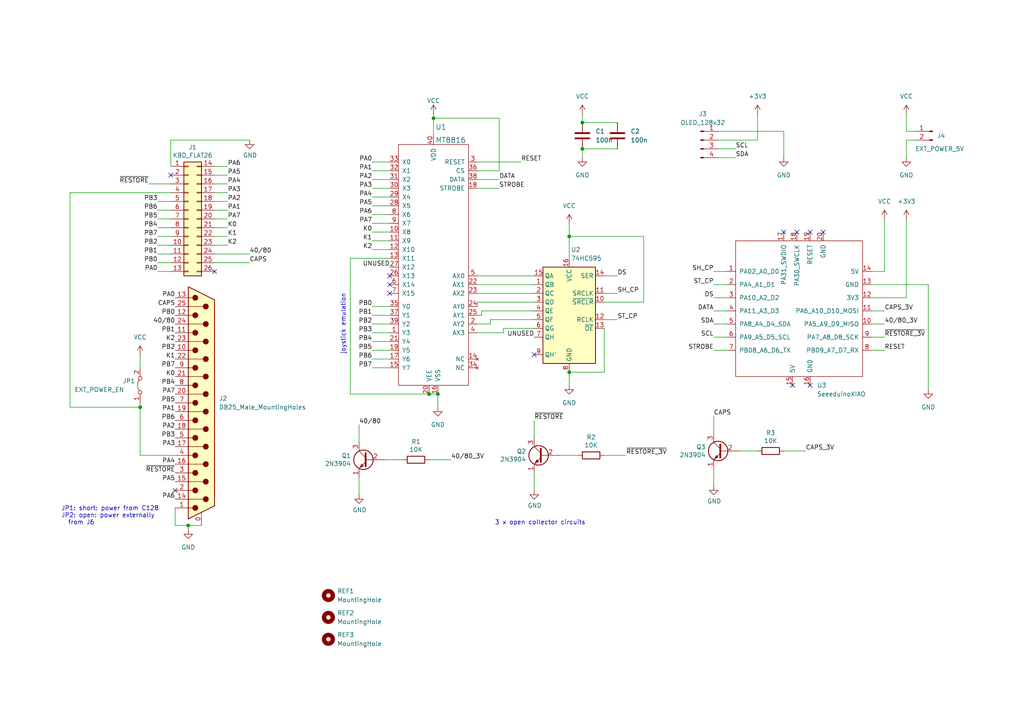
<source format=kicad_sch>
(kicad_sch (version 20211123) (generator eeschema)
  (paper "A4")
  (title_block (title "SEEDUINO C128 Keyboard Adapter") (date "2023-08-20") (rev "v1.2") (comment 1 "ytm@elysium.pl") (comment 2 "Maciej Witkowiak"))
  (lib_symbols
    (symbol "74xx:74HC595"
      (property "Reference" "U" (at -7.62 13.97 0))
      (property "Value" "74HC595" (at -7.62 -16.51 0))
      (symbol "74HC595_1_0"
        (pin tri_state line (at 10.16 7.62 180) (length 2.54) (name "QB") (number "1"))
        (pin input line (at -10.16 2.54 0) (length 2.54) (name "~{SRCLR}") (number "10"))
        (pin input line (at -10.16 5.08 0) (length 2.54) (name "SRCLK") (number "11"))
        (pin input line (at -10.16 -2.54 0) (length 2.54) (name "RCLK") (number "12"))
        (pin input line (at -10.16 -5.08 0) (length 2.54) (name "~{OE}") (number "13"))
        (pin input line (at -10.16 10.16 0) (length 2.54) (name "SER") (number "14"))
        (pin tri_state line (at 10.16 10.16 180) (length 2.54) (name "QA") (number "15"))
        (pin power_in line (at 0 15.24 270) (length 2.54) (name "VCC") (number "16"))
        (pin tri_state line (at 10.16 5.08 180) (length 2.54) (name "QC") (number "2"))
        (pin tri_state line (at 10.16 2.54 180) (length 2.54) (name "QD") (number "3"))
        (pin tri_state line (at 10.16 0 180) (length 2.54) (name "QE") (number "4"))
        (pin tri_state line (at 10.16 -2.54 180) (length 2.54) (name "QF") (number "5"))
        (pin tri_state line (at 10.16 -5.08 180) (length 2.54) (name "QG") (number "6"))
        (pin tri_state line (at 10.16 -7.62 180) (length 2.54) (name "QH") (number "7"))
        (pin power_in line (at 0 -17.78 90) (length 2.54) (name "GND") (number "8"))
        (pin output line (at 10.16 -12.7 180) (length 2.54) (name "QH'") (number "9"))
      )
      (symbol "74HC595_1_1"
        (rectangle (start -7.62 12.7) (end 7.62 -15.24) (stroke (width 0.254)) (fill (type background)))
      )
    )
    (symbol "Connector:Conn_01x02_Male" (pin_names (offset 1.016) hide)
      (property "Reference" "J" (at 0 2.54 0))
      (property "Value" "Conn_01x02_Male" (at 0 -5.08 0))
      (symbol "Conn_01x02_Male_1_1"
        (polyline (pts (xy 1.27 -2.54) (xy 0.8636 -2.54)) (stroke (width 0.1524)))
        (polyline (pts (xy 1.27 0) (xy 0.8636 0)) (stroke (width 0.1524)))
        (rectangle (start 0.8636 -2.413) (end 0 -2.667) (stroke (width 0.1524)) (fill (type outline)))
        (rectangle (start 0.8636 0.127) (end 0 -0.127) (stroke (width 0.1524)) (fill (type outline)))
        (pin passive line (at 5.08 0 180) (length 3.81) (name "Pin_1") (number "1"))
        (pin passive line (at 5.08 -2.54 180) (length 3.81) (name "Pin_2") (number "2"))
      )
    )
    (symbol "Connector:Conn_01x04_Male" (pin_names (offset 1.016) hide)
      (property "Reference" "J" (at 0 5.08 0))
      (property "Value" "Conn_01x04_Male" (at 0 -7.62 0))
      (symbol "Conn_01x04_Male_1_1"
        (polyline (pts (xy 1.27 -5.08) (xy 0.8636 -5.08)) (stroke (width 0.1524)))
        (polyline (pts (xy 1.27 -2.54) (xy 0.8636 -2.54)) (stroke (width 0.1524)))
        (polyline (pts (xy 1.27 0) (xy 0.8636 0)) (stroke (width 0.1524)))
        (polyline (pts (xy 1.27 2.54) (xy 0.8636 2.54)) (stroke (width 0.1524)))
        (rectangle (start 0.8636 -4.953) (end 0 -5.207) (stroke (width 0.1524)) (fill (type outline)))
        (rectangle (start 0.8636 -2.413) (end 0 -2.667) (stroke (width 0.1524)) (fill (type outline)))
        (rectangle (start 0.8636 0.127) (end 0 -0.127) (stroke (width 0.1524)) (fill (type outline)))
        (rectangle (start 0.8636 2.667) (end 0 2.413) (stroke (width 0.1524)) (fill (type outline)))
        (pin passive line (at 5.08 2.54 180) (length 3.81) (name "Pin_1") (number "1"))
        (pin passive line (at 5.08 0 180) (length 3.81) (name "Pin_2") (number "2"))
        (pin passive line (at 5.08 -2.54 180) (length 3.81) (name "Pin_3") (number "3"))
        (pin passive line (at 5.08 -5.08 180) (length 3.81) (name "Pin_4") (number "4"))
      )
    )
    (symbol "Connector:DB25_Male_MountingHoles" (pin_names (offset 1.016) hide)
      (property "Reference" "J" (at 0 36.83 0))
      (property "Value" "DB25_Male_MountingHoles" (at 0 34.925 0))
      (symbol "DB25_Male_MountingHoles_0_1"
        (circle (center -1.778 -30.48) (radius 0.762) (fill (type outline)))
        (circle (center -1.778 -25.4) (radius 0.762) (fill (type outline)))
        (circle (center -1.778 -20.32) (radius 0.762) (fill (type outline)))
        (circle (center -1.778 -15.24) (radius 0.762) (fill (type outline)))
        (circle (center -1.778 -10.16) (radius 0.762) (fill (type outline)))
        (circle (center -1.778 -5.08) (radius 0.762) (fill (type outline)))
        (circle (center -1.778 0) (radius 0.762) (fill (type outline)))
        (circle (center -1.778 5.08) (radius 0.762) (fill (type outline)))
        (circle (center -1.778 10.16) (radius 0.762) (fill (type outline)))
        (circle (center -1.778 15.24) (radius 0.762) (fill (type outline)))
        (circle (center -1.778 20.32) (radius 0.762) (fill (type outline)))
        (circle (center -1.778 25.4) (radius 0.762) (fill (type outline)))
        (circle (center -1.778 30.48) (radius 0.762) (fill (type outline)))
        (polyline (pts (xy -3.81 -30.48) (xy -2.54 -30.48)))
        (polyline (pts (xy -3.81 -27.94) (xy 0.508 -27.94)))
        (polyline (pts (xy -3.81 -25.4) (xy -2.54 -25.4)))
        (polyline (pts (xy -3.81 -22.86) (xy 0.508 -22.86)))
        (polyline (pts (xy -3.81 -20.32) (xy -2.54 -20.32)))
        (polyline (pts (xy -3.81 -17.78) (xy 0.508 -17.78)))
        (polyline (pts (xy -3.81 -15.24) (xy -2.54 -15.24)))
        (polyline (pts (xy -3.81 -12.7) (xy 0.508 -12.7)))
        (polyline (pts (xy -3.81 -10.16) (xy -2.54 -10.16)))
        (polyline (pts (xy -3.81 -7.62) (xy 0.508 -7.62)))
        (polyline (pts (xy -3.81 -5.08) (xy -2.54 -5.08)))
        (polyline (pts (xy -3.81 -2.54) (xy 0.508 -2.54)))
        (polyline (pts (xy -3.81 0) (xy -2.54 0)))
        (polyline (pts (xy -3.81 2.54) (xy 0.508 2.54)))
        (polyline (pts (xy -3.81 5.08) (xy -2.54 5.08)))
        (polyline (pts (xy -3.81 7.62) (xy 0.508 7.62)))
        (polyline (pts (xy -3.81 10.16) (xy -2.54 10.16)))
        (polyline (pts (xy -3.81 12.7) (xy 0.508 12.7)))
        (polyline (pts (xy -3.81 15.24) (xy -2.54 15.24)))
        (polyline (pts (xy -3.81 17.78) (xy 0.508 17.78)))
        (polyline (pts (xy -3.81 20.32) (xy -2.54 20.32)))
        (polyline (pts (xy -3.81 22.86) (xy 0.508 22.86)))
        (polyline (pts (xy -3.81 25.4) (xy -2.54 25.4)))
        (polyline (pts (xy -3.81 27.94) (xy 0.508 27.94)))
        (polyline (pts (xy -3.81 30.48) (xy -2.54 30.48)))
        (polyline (pts (xy -3.81 -33.655) (xy 3.81 -29.845) (xy 3.81 29.845) (xy -3.81 33.655) (xy -3.81 -33.655)) (stroke (width 0.254)) (fill (type background)))
        (circle (center 1.27 -27.94) (radius 0.762) (fill (type outline)))
        (circle (center 1.27 -22.86) (radius 0.762) (fill (type outline)))
        (circle (center 1.27 -17.78) (radius 0.762) (fill (type outline)))
        (circle (center 1.27 -12.7) (radius 0.762) (fill (type outline)))
        (circle (center 1.27 -7.62) (radius 0.762) (fill (type outline)))
        (circle (center 1.27 -2.54) (radius 0.762) (fill (type outline)))
        (circle (center 1.27 2.54) (radius 0.762) (fill (type outline)))
        (circle (center 1.27 7.62) (radius 0.762) (fill (type outline)))
        (circle (center 1.27 12.7) (radius 0.762) (fill (type outline)))
        (circle (center 1.27 17.78) (radius 0.762) (fill (type outline)))
        (circle (center 1.27 22.86) (radius 0.762) (fill (type outline)))
        (circle (center 1.27 27.94) (radius 0.762) (fill (type outline)))
      )
      (symbol "DB25_Male_MountingHoles_1_1"
        (pin passive line (at 0 -35.56 90) (length 3.81) (name "PAD") (number "0"))
        (pin passive line (at -7.62 -30.48 0) (length 3.81) (name "1") (number "1"))
        (pin passive line (at -7.62 15.24 0) (length 3.81) (name "10") (number "10"))
        (pin passive line (at -7.62 20.32 0) (length 3.81) (name "11") (number "11"))
        (pin passive line (at -7.62 25.4 0) (length 3.81) (name "12") (number "12"))
        (pin passive line (at -7.62 30.48 0) (length 3.81) (name "13") (number "13"))
        (pin passive line (at -7.62 -27.94 0) (length 3.81) (name "P14") (number "14"))
        (pin passive line (at -7.62 -22.86 0) (length 3.81) (name "P15") (number "15"))
        (pin passive line (at -7.62 -17.78 0) (length 3.81) (name "P16") (number "16"))
        (pin passive line (at -7.62 -12.7 0) (length 3.81) (name "P17") (number "17"))
        (pin passive line (at -7.62 -7.62 0) (length 3.81) (name "P18") (number "18"))
        (pin passive line (at -7.62 -2.54 0) (length 3.81) (name "P19") (number "19"))
        (pin passive line (at -7.62 -25.4 0) (length 3.81) (name "2") (number "2"))
        (pin passive line (at -7.62 2.54 0) (length 3.81) (name "P20") (number "20"))
        (pin passive line (at -7.62 7.62 0) (length 3.81) (name "P21") (number "21"))
        (pin passive line (at -7.62 12.7 0) (length 3.81) (name "P22") (number "22"))
        (pin passive line (at -7.62 17.78 0) (length 3.81) (name "P23") (number "23"))
        (pin passive line (at -7.62 22.86 0) (length 3.81) (name "P24") (number "24"))
        (pin passive line (at -7.62 27.94 0) (length 3.81) (name "P25") (number "25"))
        (pin passive line (at -7.62 -20.32 0) (length 3.81) (name "3") (number "3"))
        (pin passive line (at -7.62 -15.24 0) (length 3.81) (name "4") (number "4"))
        (pin passive line (at -7.62 -10.16 0) (length 3.81) (name "5") (number "5"))
        (pin passive line (at -7.62 -5.08 0) (length 3.81) (name "6") (number "6"))
        (pin passive line (at -7.62 0 0) (length 3.81) (name "7") (number "7"))
        (pin passive line (at -7.62 5.08 0) (length 3.81) (name "8") (number "8"))
        (pin passive line (at -7.62 10.16 0) (length 3.81) (name "9") (number "9"))
      )
    )
    (symbol "Connector_Generic:Conn_02x13_Top_Bottom" (pin_names (offset 1.016) hide)
      (property "Reference" "J" (at 1.27 17.78 0))
      (property "Value" "Conn_02x13_Top_Bottom" (at 1.27 -17.78 0))
      (symbol "Conn_02x13_Top_Bottom_1_1"
        (rectangle (start -1.27 -15.113) (end 0 -15.367) (stroke (width 0.1524)))
        (rectangle (start -1.27 -12.573) (end 0 -12.827) (stroke (width 0.1524)))
        (rectangle (start -1.27 -10.033) (end 0 -10.287) (stroke (width 0.1524)))
        (rectangle (start -1.27 -7.493) (end 0 -7.747) (stroke (width 0.1524)))
        (rectangle (start -1.27 -4.953) (end 0 -5.207) (stroke (width 0.1524)))
        (rectangle (start -1.27 -2.413) (end 0 -2.667) (stroke (width 0.1524)))
        (rectangle (start -1.27 0.127) (end 0 -0.127) (stroke (width 0.1524)))
        (rectangle (start -1.27 2.667) (end 0 2.413) (stroke (width 0.1524)))
        (rectangle (start -1.27 5.207) (end 0 4.953) (stroke (width 0.1524)))
        (rectangle (start -1.27 7.747) (end 0 7.493) (stroke (width 0.1524)))
        (rectangle (start -1.27 10.287) (end 0 10.033) (stroke (width 0.1524)))
        (rectangle (start -1.27 12.827) (end 0 12.573) (stroke (width 0.1524)))
        (rectangle (start -1.27 15.367) (end 0 15.113) (stroke (width 0.1524)))
        (rectangle (start -1.27 16.51) (end 3.81 -16.51) (stroke (width 0.254)) (fill (type background)))
        (rectangle (start 3.81 -15.113) (end 2.54 -15.367) (stroke (width 0.1524)))
        (rectangle (start 3.81 -12.573) (end 2.54 -12.827) (stroke (width 0.1524)))
        (rectangle (start 3.81 -10.033) (end 2.54 -10.287) (stroke (width 0.1524)))
        (rectangle (start 3.81 -7.493) (end 2.54 -7.747) (stroke (width 0.1524)))
        (rectangle (start 3.81 -4.953) (end 2.54 -5.207) (stroke (width 0.1524)))
        (rectangle (start 3.81 -2.413) (end 2.54 -2.667) (stroke (width 0.1524)))
        (rectangle (start 3.81 0.127) (end 2.54 -0.127) (stroke (width 0.1524)))
        (rectangle (start 3.81 2.667) (end 2.54 2.413) (stroke (width 0.1524)))
        (rectangle (start 3.81 5.207) (end 2.54 4.953) (stroke (width 0.1524)))
        (rectangle (start 3.81 7.747) (end 2.54 7.493) (stroke (width 0.1524)))
        (rectangle (start 3.81 10.287) (end 2.54 10.033) (stroke (width 0.1524)))
        (rectangle (start 3.81 12.827) (end 2.54 12.573) (stroke (width 0.1524)))
        (rectangle (start 3.81 15.367) (end 2.54 15.113) (stroke (width 0.1524)))
        (pin passive line (at -5.08 15.24 0) (length 3.81) (name "Pin_1") (number "1"))
        (pin passive line (at -5.08 -7.62 0) (length 3.81) (name "Pin_10") (number "10"))
        (pin passive line (at -5.08 -10.16 0) (length 3.81) (name "Pin_11") (number "11"))
        (pin passive line (at -5.08 -12.7 0) (length 3.81) (name "Pin_12") (number "12"))
        (pin passive line (at -5.08 -15.24 0) (length 3.81) (name "Pin_13") (number "13"))
        (pin passive line (at 7.62 15.24 180) (length 3.81) (name "Pin_14") (number "14"))
        (pin passive line (at 7.62 12.7 180) (length 3.81) (name "Pin_15") (number "15"))
        (pin passive line (at 7.62 10.16 180) (length 3.81) (name "Pin_16") (number "16"))
        (pin passive line (at 7.62 7.62 180) (length 3.81) (name "Pin_17") (number "17"))
        (pin passive line (at 7.62 5.08 180) (length 3.81) (name "Pin_18") (number "18"))
        (pin passive line (at 7.62 2.54 180) (length 3.81) (name "Pin_19") (number "19"))
        (pin passive line (at -5.08 12.7 0) (length 3.81) (name "Pin_2") (number "2"))
        (pin passive line (at 7.62 0 180) (length 3.81) (name "Pin_20") (number "20"))
        (pin passive line (at 7.62 -2.54 180) (length 3.81) (name "Pin_21") (number "21"))
        (pin passive line (at 7.62 -5.08 180) (length 3.81) (name "Pin_22") (number "22"))
        (pin passive line (at 7.62 -7.62 180) (length 3.81) (name "Pin_23") (number "23"))
        (pin passive line (at 7.62 -10.16 180) (length 3.81) (name "Pin_24") (number "24"))
        (pin passive line (at 7.62 -12.7 180) (length 3.81) (name "Pin_25") (number "25"))
        (pin passive line (at 7.62 -15.24 180) (length 3.81) (name "Pin_26") (number "26"))
        (pin passive line (at -5.08 10.16 0) (length 3.81) (name "Pin_3") (number "3"))
        (pin passive line (at -5.08 7.62 0) (length 3.81) (name "Pin_4") (number "4"))
        (pin passive line (at -5.08 5.08 0) (length 3.81) (name "Pin_5") (number "5"))
        (pin passive line (at -5.08 2.54 0) (length 3.81) (name "Pin_6") (number "6"))
        (pin passive line (at -5.08 0 0) (length 3.81) (name "Pin_7") (number "7"))
        (pin passive line (at -5.08 -2.54 0) (length 3.81) (name "Pin_8") (number "8"))
        (pin passive line (at -5.08 -5.08 0) (length 3.81) (name "Pin_9") (number "9"))
      )
    )
    (symbol "Device:C" (pin_numbers hide) (pin_names (offset 0.254))
      (property "Reference" "C" (at 0.635 2.54 0))
      (property "Value" "C" (at 0.635 -2.54 0))
      (symbol "C_0_1"
        (polyline (pts (xy -2.032 -0.762) (xy 2.032 -0.762)) (stroke (width 0.508)))
        (polyline (pts (xy -2.032 0.762) (xy 2.032 0.762)) (stroke (width 0.508)))
      )
      (symbol "C_1_1"
        (pin passive line (at 0 3.81 270) (length 2.794) (name "~") (number "1"))
        (pin passive line (at 0 -3.81 90) (length 2.794) (name "~") (number "2"))
      )
    )
    (symbol "Device:R" (pin_numbers hide) (pin_names (offset 0))
      (property "Reference" "R" (at 2.032 0 90))
      (property "Value" "R" (at 0 0 90))
      (symbol "R_0_1"
        (rectangle (start -1.016 -2.54) (end 1.016 2.54) (stroke (width 0.254)))
      )
      (symbol "R_1_1"
        (pin passive line (at 0 3.81 270) (length 1.27) (name "~") (number "1"))
        (pin passive line (at 0 -3.81 90) (length 1.27) (name "~") (number "2"))
      )
    )
    (symbol "Jumper:Jumper_2_Bridged" (pin_names (offset 0) hide)
      (property "Reference" "JP" (at 0 1.905 0))
      (property "Value" "Jumper_2_Bridged" (at 0 -2.54 0))
      (symbol "Jumper_2_Bridged_0_0"
        (circle (center -2.032 0) (radius 0.508))
        (circle (center 2.032 0) (radius 0.508))
      )
      (symbol "Jumper_2_Bridged_0_1"
        (arc (start 1.524 0.254) (mid 0 0.762) (end -1.524 0.254))
      )
      (symbol "Jumper_2_Bridged_1_1"
        (pin passive line (at -5.08 0 0) (length 2.54) (name "A") (number "1"))
        (pin passive line (at 5.08 0 180) (length 2.54) (name "B") (number "2"))
      )
    )
    (symbol "Mechanical:MountingHole" (pin_names (offset 1.016))
      (property "Reference" "H" (at 0 5.08 0))
      (property "Value" "MountingHole" (at 0 3.175 0))
      (symbol "MountingHole_0_1"
        (circle (center 0 0) (radius 1.27) (stroke (width 1.27)))
      )
    )
    (symbol "SEEDUINO XIAO:SeeeduinoXIAO" (pin_names (offset 1.016))
      (property "Reference" "U" (at -19.05 22.86 0))
      (property "Value" "SeeeduinoXIAO" (at -12.7 21.59 0))
      (symbol "SeeeduinoXIAO_0_1"
        (rectangle (start -19.05 20.32) (end 17.78 -19.05))
      )
      (symbol "SeeeduinoXIAO_1_1"
        (pin unspecified line (at -21.59 11.43 0) (length 2.54) (name "PA02_A0_D0") (number "1"))
        (pin unspecified line (at 20.32 -3.81 180) (length 2.54) (name "PA5_A9_D9_MISO") (number "10"))
        (pin unspecified line (at 20.32 0 180) (length 2.54) (name "PA6_A10_D10_MOSI") (number "11"))
        (pin unspecified line (at 20.32 3.81 180) (length 2.54) (name "3V3") (number "12"))
        (pin unspecified line (at 20.32 7.62 180) (length 2.54) (name "GND") (number "13"))
        (pin unspecified line (at 20.32 11.43 180) (length 2.54) (name "5V") (number "14"))
        (pin input line (at -2.54 -21.59 90) (length 2.54) (name "5V") (number "15"))
        (pin input line (at 2.54 -21.59 90) (length 2.54) (name "GND") (number "16"))
        (pin input line (at -5.08 22.86 270) (length 2.54) (name "PA31_SWDIO") (number "17"))
        (pin input line (at -1.27 22.86 270) (length 2.54) (name "PA30_SWCLK") (number "18"))
        (pin input line (at 2.54 22.86 270) (length 2.54) (name "RESET") (number "19"))
        (pin unspecified line (at -21.59 7.62 0) (length 2.54) (name "PA4_A1_D1") (number "2"))
        (pin input line (at 6.35 22.86 270) (length 2.54) (name "GND") (number "20"))
        (pin unspecified line (at -21.59 3.81 0) (length 2.54) (name "PA10_A2_D2") (number "3"))
        (pin unspecified line (at -21.59 0 0) (length 2.54) (name "PA11_A3_D3") (number "4"))
        (pin unspecified line (at -21.59 -3.81 0) (length 2.54) (name "PA8_A4_D4_SDA") (number "5"))
        (pin unspecified line (at -21.59 -7.62 0) (length 2.54) (name "PA9_A5_D5_SCL") (number "6"))
        (pin unspecified line (at -21.59 -11.43 0) (length 2.54) (name "PB08_A6_D6_TX") (number "7"))
        (pin unspecified line (at 20.32 -11.43 180) (length 2.54) (name "PB09_A7_D7_RX") (number "8"))
        (pin unspecified line (at 20.32 -7.62 180) (length 2.54) (name "PA7_A8_D8_SCK") (number "9"))
      )
    )
    (symbol "Transistor_BJT:2N3904" (pin_names (offset 0) hide)
      (property "Reference" "Q" (at 5.08 1.905 0))
      (property "Value" "2N3904" (at 5.08 0 0))
      (symbol "2N3904_0_1"
        (polyline (pts (xy 0.635 0.635) (xy 2.54 2.54)))
        (polyline (pts (xy 0.635 -0.635) (xy 2.54 -2.54) (xy 2.54 -2.54)))
        (polyline (pts (xy 0.635 1.905) (xy 0.635 -1.905) (xy 0.635 -1.905)) (stroke (width 0.508)))
        (polyline (pts (xy 1.27 -1.778) (xy 1.778 -1.27) (xy 2.286 -2.286) (xy 1.27 -1.778) (xy 1.27 -1.778)) (fill (type outline)))
        (circle (center 1.27 0) (radius 2.8194) (stroke (width 0.254)))
      )
      (symbol "2N3904_1_1"
        (pin passive line (at 2.54 -5.08 90) (length 2.54) (name "E") (number "1"))
        (pin passive line (at -5.08 0 0) (length 5.715) (name "B") (number "2"))
        (pin passive line (at 2.54 5.08 270) (length 2.54) (name "C") (number "3"))
      )
    )
    (symbol "mt8808:MT8816" (pin_names (offset 1.016))
      (property "Reference" "U" (at 3.81 31.75 0))
      (property "Value" "MT8816" (at -15.24 -24.13 0))
      (symbol "MT8816_0_0"
        (pin bidirectional line (at 12.7 15.24 180) (length 2.54) (name "X4") (number "29"))
        (pin bidirectional line (at 12.7 17.78 180) (length 2.54) (name "X3") (number "30"))
        (pin bidirectional line (at 12.7 20.32 180) (length 2.54) (name "X2") (number "31"))
        (pin bidirectional line (at 12.7 22.86 180) (length 2.54) (name "X1") (number "32"))
        (pin bidirectional line (at 12.7 25.4 180) (length 2.54) (name "X0") (number "33"))
        (pin no_connect line (at -12.7 -34.29 0) (length 2.54) (name "NC") (number "34"))
        (pin bidirectional line (at 12.7 -16.51 180) (length 2.54) (name "Y0") (number "35"))
        (pin input line (at -12.7 22.86 0) (length 2.54) (name "CS") (number "36"))
        (pin bidirectional line (at 12.7 -19.05 180) (length 2.54) (name "Y1") (number "37"))
        (pin input line (at -12.7 20.32 0) (length 2.54) (name "DATA") (number "38"))
        (pin bidirectional line (at 12.7 -21.59 180) (length 2.54) (name "Y2") (number "39"))
        (pin power_in line (at 0 33.02 270) (length 2.54) (name "VDD") (number "40"))
      )
      (symbol "MT8816_0_1"
        (rectangle (start -10.16 30.48) (end 10.16 -39.37))
        (pin bidirectional line (at 12.7 -29.21 180) (length 2.54) (name "Y5") (number "19"))
        (pin input line (at -12.7 -7.62 0) (length 2.54) (name "AX0") (number "5"))
      )
      (symbol "MT8816_1_1"
        (pin bidirectional line (at 12.7 -24.13 180) (length 2.54) (name "Y3") (number "1"))
        (pin bidirectional line (at 12.7 5.08 180) (length 2.54) (name "X8") (number "10"))
        (pin bidirectional line (at 12.7 2.54 180) (length 2.54) (name "X9") (number "11"))
        (pin bidirectional line (at 12.7 0 180) (length 2.54) (name "X10") (number "12"))
        (pin bidirectional line (at 12.7 -2.54 180) (length 2.54) (name "X11") (number "13"))
        (pin no_connect line (at -12.7 -31.75 0) (length 2.54) (name "NC") (number "14"))
        (pin bidirectional line (at 12.7 -34.29 180) (length 2.54) (name "Y7") (number "15"))
        (pin power_in line (at -1.27 -41.91 90) (length 2.54) (name "VSS") (number "16"))
        (pin bidirectional line (at 12.7 -31.75 180) (length 2.54) (name "Y6") (number "17"))
        (pin input line (at -12.7 17.78 0) (length 2.54) (name "STROBE") (number "18"))
        (pin input line (at -12.7 -21.59 0) (length 2.54) (name "AY2") (number "2"))
        (pin power_in line (at 1.27 -41.91 90) (length 2.54) (name "VEE") (number "20"))
        (pin bidirectional line (at 12.7 -26.67 180) (length 2.54) (name "Y4") (number "21"))
        (pin input line (at -12.7 -10.16 0) (length 2.54) (name "AX1") (number "22"))
        (pin input line (at -12.7 -12.7 0) (length 2.54) (name "AX2") (number "23"))
        (pin input line (at -12.7 -16.51 0) (length 2.54) (name "AY0") (number "24"))
        (pin input line (at -12.7 -19.05 0) (length 2.54) (name "AY1") (number "25"))
        (pin bidirectional line (at 12.7 -7.62 180) (length 2.54) (name "X13") (number "26"))
        (pin bidirectional line (at 12.7 -5.08 180) (length 2.54) (name "X12") (number "27"))
        (pin bidirectional line (at 12.7 12.7 180) (length 2.54) (name "X5") (number "28"))
        (pin input line (at -12.7 25.4 0) (length 2.54) (name "RESET") (number "3"))
        (pin input line (at -12.7 -24.13 0) (length 2.54) (name "AX3") (number "4"))
        (pin bidirectional line (at 12.7 -10.16 180) (length 2.54) (name "X14") (number "6"))
        (pin bidirectional line (at 12.7 -12.7 180) (length 2.54) (name "X15") (number "7"))
        (pin bidirectional line (at 12.7 10.16 180) (length 2.54) (name "X6") (number "8"))
        (pin bidirectional line (at 12.7 7.62 180) (length 2.54) (name "X7") (number "9"))
      )
    )
    (symbol "power:+3.3V" (power) (pin_names (offset 0))
      (property "Value" "+3.3V" (at 0 3.556 0))
      (symbol "+3.3V_0_1"
        (polyline (pts (xy -0.762 1.27) (xy 0 2.54)))
        (polyline (pts (xy 0 0) (xy 0 2.54)))
        (polyline (pts (xy 0 2.54) (xy 0.762 1.27)))
      )
      (symbol "+3.3V_1_1"
        (pin power_in line (at 0 0 90) (length 0) hide (name "+3V3") (number "1"))
      )
    )
    (symbol "power:GND" (power) (pin_names (offset 0))
      (property "Value" "GND" (at 0 -3.81 0))
      (symbol "GND_0_1"
        (polyline (pts (xy 0 0) (xy 0 -1.27) (xy 1.27 -1.27) (xy 0 -2.54) (xy -1.27 -1.27) (xy 0 -1.27)))
      )
      (symbol "GND_1_1"
        (pin power_in line (at 0 0 270) (length 0) hide (name "GND") (number "1"))
      )
    )
    (symbol "power:VCC" (power) (pin_names (offset 0))
      (property "Value" "VCC" (at 0 3.81 0))
      (symbol "VCC_0_1"
        (polyline (pts (xy -0.762 1.27) (xy 0 2.54)))
        (polyline (pts (xy 0 0) (xy 0 2.54)))
        (polyline (pts (xy 0 2.54) (xy 0.762 1.27)))
      )
      (symbol "VCC_1_1"
        (pin power_in line (at 0 0 90) (length 0) hide (name "VCC") (number "1"))
      )
    )
  )
  (junction (at 40.64 118.11))
  (junction (at 54.61 152.4))
  (junction (at 165.1 107.95))
  (junction (at 127 114.3))
  (junction (at 168.91 35.56))
  (junction (at 168.91 43.18))
  (junction (at 125.73 34.29))
  (junction (at 165.1 68.58))
  (junction (at 124.46 114.3))
  (no_connect (at 234.95 111.76))
  (no_connect (at 229.87 111.76))
  (no_connect (at 49.53 50.8))
  (no_connect (at 113.03 80.01))
  (no_connect (at 113.03 82.55))
  (no_connect (at 113.03 85.09))
  (no_connect (at 62.23 78.74))
  (no_connect (at 50.8 142.24))
  (no_connect (at 238.76 67.31))
  (no_connect (at 234.95 67.31))
  (no_connect (at 231.14 67.31))
  (no_connect (at 227.33 67.31))
  (no_connect (at 154.94 102.87))
  (wire (pts (xy 165.1 68.58) (xy 165.1 74.93)))
  (wire (pts (xy 62.23 68.58) (xy 66.04 68.58)))
  (wire (pts (xy 50.8 152.4) (xy 54.61 152.4)))
  (wire (pts (xy 45.72 68.58) (xy 49.53 68.58)))
  (wire (pts (xy 168.91 33.02) (xy 168.91 35.56)))
  (wire (pts (xy 72.39 40.64) (xy 49.53 40.64)))
  (wire (pts (xy 107.95 46.99) (xy 113.03 46.99)))
  (wire (pts (xy 107.95 59.69) (xy 113.03 59.69)))
  (wire (pts (xy 168.91 35.56) (xy 179.07 35.56)))
  (wire (pts (xy 107.95 54.61) (xy 113.03 54.61)))
  (wire (pts (xy 107.95 49.53) (xy 113.03 49.53)))
  (wire (pts (xy 45.72 63.5) (xy 49.53 63.5)))
  (wire (pts (xy 146.05 96.52) (xy 146.05 95.25)))
  (wire (pts (xy 256.54 63.5) (xy 256.54 78.74)))
  (wire (pts (xy 62.23 76.2) (xy 72.39 76.2)))
  (wire (pts (xy 146.05 95.25) (xy 154.94 95.25)))
  (wire (pts (xy 269.24 82.55) (xy 269.24 113.03)))
  (wire (pts (xy 104.14 143.51) (xy 104.14 138.43)))
  (wire (pts (xy 138.43 54.61) (xy 144.78 54.61)))
  (wire (pts (xy 262.89 38.1) (xy 265.43 38.1)))
  (wire (pts (xy 138.43 88.9) (xy 138.43 87.63)))
  (wire (pts (xy 208.28 45.72) (xy 213.36 45.72)))
  (wire (pts (xy 40.64 116.84) (xy 40.64 118.11)))
  (wire (pts (xy 252.73 82.55) (xy 269.24 82.55)))
  (wire (pts (xy 154.94 121.92) (xy 154.94 127)))
  (wire (pts (xy 175.26 95.25) (xy 175.26 107.95)))
  (wire (pts (xy 62.23 53.34) (xy 66.04 53.34)))
  (wire (pts (xy 138.43 93.98) (xy 142.24 93.98)))
  (wire (pts (xy 138.43 49.53) (xy 144.78 49.53)))
  (wire (pts (xy 125.73 34.29) (xy 125.73 39.37)))
  (wire (pts (xy 20.32 55.88) (xy 20.32 118.11)))
  (wire (pts (xy 207.01 93.98) (xy 210.82 93.98)))
  (wire (pts (xy 50.8 147.32) (xy 50.8 152.4)))
  (wire (pts (xy 104.14 123.19) (xy 104.14 128.27)))
  (wire (pts (xy 139.7 90.17) (xy 154.94 90.17)))
  (wire (pts (xy 207.01 140.97) (xy 207.01 135.89)))
  (wire (pts (xy 45.72 76.2) (xy 49.53 76.2)))
  (wire (pts (xy 124.46 133.35) (xy 130.81 133.35)))
  (wire (pts (xy 54.61 152.4) (xy 58.42 152.4)))
  (wire (pts (xy 127 114.3) (xy 127 118.11)))
  (wire (pts (xy 207.01 101.6) (xy 210.82 101.6)))
  (wire (pts (xy 262.89 33.02) (xy 262.89 38.1)))
  (wire (pts (xy 62.23 71.12) (xy 66.04 71.12)))
  (wire (pts (xy 208.28 43.18) (xy 213.36 43.18)))
  (wire (pts (xy 40.64 118.11) (xy 40.64 132.08)))
  (wire (pts (xy 107.95 96.52) (xy 113.03 96.52)))
  (wire (pts (xy 207.01 86.36) (xy 210.82 86.36)))
  (wire (pts (xy 207.01 120.65) (xy 207.01 125.73)))
  (wire (pts (xy 175.26 132.08) (xy 181.61 132.08)))
  (wire (pts (xy 107.95 57.15) (xy 113.03 57.15)))
  (wire (pts (xy 144.78 34.29) (xy 125.73 34.29)))
  (wire (pts (xy 107.95 67.31) (xy 113.03 67.31)))
  (wire (pts (xy 107.95 69.85) (xy 113.03 69.85)))
  (wire (pts (xy 262.89 86.36) (xy 252.73 86.36)))
  (wire (pts (xy 207.01 82.55) (xy 210.82 82.55)))
  (wire (pts (xy 265.43 40.64) (xy 262.89 40.64)))
  (wire (pts (xy 45.72 60.96) (xy 49.53 60.96)))
  (wire (pts (xy 144.78 49.53) (xy 144.78 34.29)))
  (wire (pts (xy 116.84 133.35) (xy 111.76 133.35)))
  (wire (pts (xy 107.95 52.07) (xy 113.03 52.07)))
  (wire (pts (xy 138.43 52.07) (xy 144.78 52.07)))
  (wire (pts (xy 107.95 64.77) (xy 113.03 64.77)))
  (wire (pts (xy 186.69 87.63) (xy 186.69 68.58)))
  (wire (pts (xy 20.32 55.88) (xy 49.53 55.88)))
  (wire (pts (xy 62.23 50.8) (xy 66.04 50.8)))
  (wire (pts (xy 138.43 46.99) (xy 151.13 46.99)))
  (wire (pts (xy 49.53 40.64) (xy 49.53 48.26)))
  (wire (pts (xy 208.28 40.64) (xy 219.71 40.64)))
  (wire (pts (xy 45.72 58.42) (xy 49.53 58.42)))
  (wire (pts (xy 167.64 132.08) (xy 162.56 132.08)))
  (wire (pts (xy 50.8 132.08) (xy 40.64 132.08)))
  (wire (pts (xy 107.95 93.98) (xy 113.03 93.98)))
  (wire (pts (xy 175.26 80.01) (xy 179.07 80.01)))
  (wire (pts (xy 227.33 38.1) (xy 227.33 45.72)))
  (wire (pts (xy 138.43 96.52) (xy 146.05 96.52)))
  (wire (pts (xy 219.71 130.81) (xy 214.63 130.81)))
  (wire (pts (xy 252.73 101.6) (xy 256.54 101.6)))
  (wire (pts (xy 165.1 64.77) (xy 165.1 68.58)))
  (wire (pts (xy 101.6 74.93) (xy 101.6 114.3)))
  (wire (pts (xy 207.01 90.17) (xy 210.82 90.17)))
  (wire (pts (xy 62.23 58.42) (xy 66.04 58.42)))
  (wire (pts (xy 107.95 88.9) (xy 113.03 88.9)))
  (wire (pts (xy 45.72 78.74) (xy 49.53 78.74)))
  (wire (pts (xy 138.43 91.44) (xy 139.7 91.44)))
  (wire (pts (xy 175.26 85.09) (xy 179.07 85.09)))
  (wire (pts (xy 139.7 91.44) (xy 139.7 90.17)))
  (wire (pts (xy 168.91 43.18) (xy 179.07 43.18)))
  (wire (pts (xy 62.23 73.66) (xy 72.39 73.66)))
  (wire (pts (xy 107.95 106.68) (xy 113.03 106.68)))
  (wire (pts (xy 219.71 33.02) (xy 219.71 40.64)))
  (wire (pts (xy 208.28 38.1) (xy 227.33 38.1)))
  (wire (pts (xy 207.01 97.79) (xy 210.82 97.79)))
  (wire (pts (xy 107.95 72.39) (xy 113.03 72.39)))
  (wire (pts (xy 252.73 90.17) (xy 256.54 90.17)))
  (wire (pts (xy 175.26 87.63) (xy 186.69 87.63)))
  (wire (pts (xy 43.18 53.34) (xy 49.53 53.34)))
  (wire (pts (xy 262.89 40.64) (xy 262.89 45.72)))
  (wire (pts (xy 175.26 107.95) (xy 165.1 107.95)))
  (wire (pts (xy 107.95 62.23) (xy 113.03 62.23)))
  (wire (pts (xy 62.23 66.04) (xy 66.04 66.04)))
  (wire (pts (xy 45.72 66.04) (xy 49.53 66.04)))
  (wire (pts (xy 138.43 87.63) (xy 154.94 87.63)))
  (wire (pts (xy 107.95 101.6) (xy 113.03 101.6)))
  (wire (pts (xy 168.91 45.72) (xy 168.91 43.18)))
  (wire (pts (xy 175.26 92.71) (xy 179.07 92.71)))
  (wire (pts (xy 62.23 48.26) (xy 66.04 48.26)))
  (wire (pts (xy 62.23 55.88) (xy 66.04 55.88)))
  (wire (pts (xy 124.46 114.3) (xy 127 114.3)))
  (wire (pts (xy 262.89 63.5) (xy 262.89 86.36)))
  (wire (pts (xy 138.43 82.55) (xy 154.94 82.55)))
  (wire (pts (xy 54.61 152.4) (xy 54.61 153.67)))
  (wire (pts (xy 207.01 78.74) (xy 210.82 78.74)))
  (wire (pts (xy 252.73 93.98) (xy 256.54 93.98)))
  (wire (pts (xy 40.64 102.87) (xy 40.64 106.68)))
  (wire (pts (xy 252.73 78.74) (xy 256.54 78.74)))
  (wire (pts (xy 125.73 33.02) (xy 125.73 34.29)))
  (wire (pts (xy 142.24 92.71) (xy 154.94 92.71)))
  (wire (pts (xy 62.23 60.96) (xy 66.04 60.96)))
  (wire (pts (xy 154.94 142.24) (xy 154.94 137.16)))
  (wire (pts (xy 113.03 74.93) (xy 101.6 74.93)))
  (wire (pts (xy 107.95 104.14) (xy 113.03 104.14)))
  (wire (pts (xy 62.23 63.5) (xy 66.04 63.5)))
  (wire (pts (xy 138.43 85.09) (xy 154.94 85.09)))
  (wire (pts (xy 20.32 118.11) (xy 40.64 118.11)))
  (wire (pts (xy 45.72 73.66) (xy 49.53 73.66)))
  (wire (pts (xy 101.6 114.3) (xy 124.46 114.3)))
  (wire (pts (xy 107.95 99.06) (xy 113.03 99.06)))
  (wire (pts (xy 165.1 107.95) (xy 165.1 111.76)))
  (wire (pts (xy 142.24 93.98) (xy 142.24 92.71)))
  (wire (pts (xy 45.72 71.12) (xy 49.53 71.12)))
  (wire (pts (xy 107.95 91.44) (xy 113.03 91.44)))
  (wire (pts (xy 138.43 80.01) (xy 154.94 80.01)))
  (wire (pts (xy 227.33 130.81) (xy 233.68 130.81)))
  (wire (pts (xy 252.73 97.79) (xy 256.54 97.79)))
  (wire (pts (xy 186.69 68.58) (xy 165.1 68.58)))
  (text "joystick emulation" (at 100.33 102.87 90) (effects (font (size 1.27 1.27)) (justify left bottom)))
  (text "JP1: short: power from C128\nJP2: open: power externally\n  from J6" (at 17.78 152.4 0) (effects (font (size 1.27 1.27)) (justify left bottom)))
  (text "3 x open collector circuits" (at 143.51 152.4 0) (effects (font (size 1.27 1.27)) (justify left bottom)))
  (label "~{RESTORE}" (at 50.8 137.16 180))
  (label "PA2" (at 50.8 124.46 180))
  (label "~{RESTORE}" (at 154.94 121.92 0))
  (label "PB4" (at 107.95 99.06 180))
  (label "PA4" (at 66.04 53.34 0))
  (label "PB2" (at 45.72 71.12 180))
  (label "PB1" (at 50.8 96.52 180))
  (label "SH_CP" (at 207.01 78.74 180))
  (label "PA3" (at 50.8 129.54 180))
  (label "PA1" (at 50.8 119.38 180))
  (label "CAPS_3V" (at 233.68 130.81 0))
  (label "PA7" (at 107.95 64.77 180))
  (label "K1" (at 50.8 104.14 180))
  (label "PB2" (at 50.8 101.6 180))
  (label "PA3" (at 66.04 55.88 0))
  (label "PA0" (at 107.95 46.99 180))
  (label "DATA" (at 144.78 52.07 0))
  (label "DATA" (at 207.01 90.17 180))
  (label "~{RESTORE_3V}" (at 181.61 132.08 0))
  (label "CAPS" (at 72.39 76.2 0))
  (label "~{RESTORE}" (at 43.18 53.34 180))
  (label "PB1" (at 107.95 91.44 180))
  (label "K2" (at 107.95 72.39 180))
  (label "~{RESTORE_3V}" (at 256.54 97.79 0))
  (label "DS" (at 207.01 86.36 180))
  (label "K0" (at 66.04 66.04 0))
  (label "DS" (at 179.07 80.01 0))
  (label "SCL" (at 207.01 97.79 180))
  (label "K0" (at 50.8 109.22 180))
  (label "PB4" (at 50.8 111.76 180))
  (label "CAPS" (at 207.01 120.65 0))
  (label "K1" (at 107.95 69.85 180))
  (label "PA1" (at 66.04 60.96 0))
  (label "PA6" (at 66.04 48.26 0))
  (label "PB7" (at 50.8 106.68 180))
  (label "K1" (at 66.04 68.58 0))
  (label "PB3" (at 107.95 96.52 180))
  (label "PA7" (at 66.04 63.5 0))
  (label "40{slash}80" (at 104.14 123.19 0))
  (label "UNUSED" (at 113.03 77.47 180))
  (label "40{slash}80" (at 50.8 93.98 180))
  (label "PB1" (at 45.72 73.66 180))
  (label "PB5" (at 45.72 63.5 180))
  (label "PA2" (at 107.95 52.07 180))
  (label "K2" (at 66.04 71.12 0))
  (label "CAPS_3V" (at 256.54 90.17 0))
  (label "UNUSED" (at 154.94 97.79 180))
  (label "SDA" (at 207.01 93.98 180))
  (label "PA4" (at 107.95 57.15 180))
  (label "SH_CP" (at 179.07 85.09 0))
  (label "PA7" (at 50.8 114.3 180))
  (label "PB7" (at 45.72 68.58 180))
  (label "PA3" (at 107.95 54.61 180))
  (label "PA0" (at 50.8 86.36 180))
  (label "PA5" (at 50.8 139.7 180))
  (label "PA6" (at 107.95 62.23 180))
  (label "PB7" (at 107.95 106.68 180))
  (label "K2" (at 50.8 99.06 180))
  (label "PB6" (at 45.72 60.96 180))
  (label "SDA" (at 213.36 45.72 0))
  (label "ST_CP" (at 179.07 92.71 0))
  (label "PA1" (at 107.95 49.53 180))
  (label "PB5" (at 107.95 101.6 180))
  (label "PB0" (at 107.95 88.9 180))
  (label "SCL" (at 213.36 43.18 0))
  (label "RESET" (at 256.54 101.6 0))
  (label "PB2" (at 107.95 93.98 180))
  (label "40{slash}80" (at 72.39 73.66 0))
  (label "PB5" (at 50.8 116.84 180))
  (label "PB6" (at 50.8 121.92 180))
  (label "PB0" (at 50.8 91.44 180))
  (label "PA2" (at 66.04 58.42 0))
  (label "ST_CP" (at 207.01 82.55 180))
  (label "PA6" (at 50.8 144.78 180))
  (label "STROBE" (at 144.78 54.61 0))
  (label "PB6" (at 107.95 104.14 180))
  (label "PA5" (at 107.95 59.69 180))
  (label "K0" (at 107.95 67.31 180))
  (label "PA5" (at 66.04 50.8 0))
  (label "PB4" (at 45.72 66.04 180))
  (label "PA0" (at 45.72 78.74 180))
  (label "STROBE" (at 207.01 101.6 180))
  (label "PA4" (at 50.8 134.62 180))
  (label "PB0" (at 45.72 76.2 180))
  (label "40{slash}80_3V" (at 130.81 133.35 0))
  (label "PB3" (at 50.8 127 180))
  (label "CAPS" (at 50.8 88.9 180))
  (label "RESET" (at 151.13 46.99 0))
  (label "PB3" (at 45.72 58.42 180))
  (label "40{slash}80_3V" (at 256.54 93.98 0))
  (symbol (lib_id "Connector_Generic:Conn_02x13_Top_Bottom") (at 54.61 63.5 0) (unit 1)
    (property "Reference" "J1" (at 55.88 42.7482 0))
    (property "Value" "KBD_FLAT26" (at 55.88 45.0596 0))
    (property "Footprint" "Connector_PinHeader_2.54mm:PinHeader_2x13_P2.54mm_Vertical" (effects hide))
    (property "Datasheet" "http://oldcomputer.info/8bit/c128/51.gif" (effects hide))
  )
  (symbol (lib_id "Transistor_BJT:2N3904") (at 209.55 130.81 0) (mirror y) (unit 1)
    (property "Reference" "Q3" (at 204.6986 129.6416 0) (effects (justify left)))
    (property "Value" "2N3904" (at 204.6986 131.953 0) (effects (justify left)))
    (property "Footprint" "Package_TO_SOT_THT:TO-92_Inline" (effects hide))
    (property "Datasheet" "https://www.fairchildsemi.com/datasheets/2N/2N3904.pdf" (effects hide))
  )
  (symbol (lib_id "power:GND") (at 207.01 140.97 0) (unit 1)
    (property "Reference" "#PWR012" (effects hide))
    (property "Value" "GND" (at 207.137 145.3642 0))
  )
  (symbol (lib_id "power:GND") (at 72.39 40.64 0) (unit 1)
    (property "Reference" "#PWR03" (effects hide))
    (property "Value" "GND" (at 72.517 45.0342 0))
  )
  (symbol (lib_id "Device:R") (at 223.52 130.81 270) (unit 1)
    (property "Reference" "R3" (at 223.52 125.5522 90))
    (property "Value" "10K" (at 223.52 127.8636 90))
    (property "Footprint" "Resistor_THT:R_Axial_DIN0207_L6.3mm_D2.5mm_P7.62mm_Horizontal" (effects hide))
  )
  (symbol (lib_id "power:GND") (at 104.14 143.51 0) (unit 1)
    (property "Reference" "#PWR04" (effects hide))
    (property "Value" "GND" (at 104.267 147.9042 0))
  )
  (symbol (lib_id "power:VCC") (at 40.64 102.87 0) (unit 1)
    (property "Reference" "#PWR01" (effects hide))
    (property "Value" "VCC" (at 40.64 97.79 0))
  )
  (symbol (lib_id "power:VCC") (at 125.73 33.02 0) (unit 1)
    (property "Reference" "#PWR05" (effects hide))
    (property "Value" "VCC" (at 125.73 29.21 0))
  )
  (symbol (lib_id "power:GND") (at 127 118.11 0) (unit 1)
    (property "Reference" "#PWR06" (effects hide))
    (property "Value" "GND" (at 127 123.19 0))
  )
  (symbol (lib_id "Mechanical:MountingHole") (at 95.25 172.72 0) (unit 1)
    (property "Reference" "REF1" (at 97.79 171.4499 0) (effects (justify left)))
    (property "Value" "MountingHole" (at 97.79 173.9899 0) (effects (justify left)))
    (property "Footprint" "MountingHole:MountingHole_2.2mm_M2_Pad_Via" (effects hide))
  )
  (symbol (lib_id "Device:R") (at 120.65 133.35 270) (unit 1)
    (property "Reference" "R1" (at 120.65 128.0922 90))
    (property "Value" "10K" (at 120.65 130.4036 90))
    (property "Footprint" "Resistor_THT:R_Axial_DIN0207_L6.3mm_D2.5mm_P7.62mm_Horizontal" (effects hide))
  )
  (symbol (lib_id "Jumper:Jumper_2_Bridged") (at 40.64 111.76 90) (unit 1)
    (property "Reference" "JP1" (at 35.56 110.49 90) (effects (justify right)))
    (property "Value" "EXT_POWER_EN" (at 21.59 113.03 90) (effects (justify right)))
    (property "Footprint" "Connector_PinHeader_2.54mm:PinHeader_1x02_P2.54mm_Vertical" (effects hide))
  )
  (symbol (lib_id "power:GND") (at 269.24 113.03 0) (unit 1)
    (property "Reference" "#PWR019" (effects hide))
    (property "Value" "GND" (at 269.24 118.11 0))
  )
  (symbol (lib_id "74xx:74HC595") (at 165.1 90.17 0) (mirror y) (unit 1)
    (property "Reference" "U2" (at 165.6206 72.39 0) (effects (justify right)))
    (property "Value" "74HC595" (at 165.6206 74.93 0) (effects (justify right)))
    (property "Footprint" "Package_DIP:DIP-16_W7.62mm_Socket" (effects hide))
    (property "Datasheet" "http://www.ti.com/lit/ds/symlink/sn74hc595.pdf" (effects hide))
  )
  (symbol (lib_id "Mechanical:MountingHole") (at 95.25 179.07 0) (unit 1)
    (property "Reference" "REF2" (at 97.79 177.7999 0) (effects (justify left)))
    (property "Value" "MountingHole" (at 97.79 180.3399 0) (effects (justify left)))
    (property "Footprint" "MountingHole:MountingHole_2.2mm_M2_Pad_Via" (effects hide))
  )
  (symbol (lib_id "Connector:Conn_01x04_Male") (at 203.2 40.64 0) (unit 1)
    (property "Reference" "J3" (at 203.835 33.02 0))
    (property "Value" "OLED_128x32" (at 203.835 35.56 0))
    (property "Footprint" "Connector_PinHeader_2.54mm:PinHeader_1x04_P2.54mm_Vertical" (effects hide))
  )
  (symbol (lib_id "power:VCC") (at 168.91 33.02 0) (unit 1)
    (property "Reference" "#PWR010" (effects hide))
    (property "Value" "VCC" (at 168.91 27.94 0))
  )
  (symbol (lib_id "Transistor_BJT:2N3904") (at 106.68 133.35 0) (mirror y) (unit 1)
    (property "Reference" "Q1" (at 101.8286 132.1816 0) (effects (justify left)))
    (property "Value" "2N3904" (at 101.8286 134.493 0) (effects (justify left)))
    (property "Footprint" "Package_TO_SOT_THT:TO-92_Inline" (effects hide))
    (property "Datasheet" "https://www.fairchildsemi.com/datasheets/2N/2N3904.pdf" (effects hide))
  )
  (symbol (lib_id "Device:C") (at 179.07 39.37 0) (unit 1)
    (property "Reference" "C2" (at 182.88 38.0999 0) (effects (justify left)))
    (property "Value" "100n" (at 182.88 40.6399 0) (effects (justify left)))
    (property "Footprint" "Capacitor_THT:C_Disc_D4.3mm_W1.9mm_P5.00mm" (effects hide))
  )
  (symbol (lib_id "power:GND") (at 168.91 45.72 0) (unit 1)
    (property "Reference" "#PWR011" (effects hide))
    (property "Value" "GND" (at 168.91 50.8 0))
  )
  (symbol (lib_id "power:+3.3V") (at 219.71 33.02 0) (unit 1)
    (property "Reference" "#PWR013" (effects hide))
    (property "Value" "+3.3V" (at 219.71 27.94 0))
  )
  (symbol (lib_id "Connector:Conn_01x02_Male") (at 270.51 38.1 0) (mirror y) (unit 1)
    (property "Reference" "J4" (at 271.78 39.3699 0) (effects (justify right)))
    (property "Value" "EXT_POWER_5V" (at 265.43 43.18 0) (effects (justify right)))
    (property "Footprint" "Connector_PinHeader_2.54mm:PinHeader_1x02_P2.54mm_Vertical" (effects hide))
  )
  (symbol (lib_id "Connector:DB25_Male_MountingHoles") (at 58.42 116.84 0) (unit 1)
    (property "Reference" "J2" (at 63.5 115.5699 0) (effects (justify left)))
    (property "Value" "DB25_Male_MountingHoles" (at 63.5 118.1099 0) (effects (justify left)))
    (property "Footprint" "Connector_Dsub:DSUB-25_Male_Horizontal_P2.77x2.84mm_EdgePinOffset4.94mm_Housed_MountingHolesOffset7.48mm" (effects hide))
    (property "Datasheet" " ~" (effects hide))
  )
  (symbol (lib_id "Device:C") (at 168.91 39.37 0) (unit 1)
    (property "Reference" "C1" (at 172.72 38.0999 0) (effects (justify left)))
    (property "Value" "100n" (at 172.72 40.6399 0) (effects (justify left)))
    (property "Footprint" "Capacitor_THT:C_Disc_D4.3mm_W1.9mm_P5.00mm" (effects hide))
  )
  (symbol (lib_id "power:GND") (at 165.1 111.76 0) (unit 1)
    (property "Reference" "#PWR09" (effects hide))
    (property "Value" "GND" (at 165.1 116.84 0))
  )
  (symbol (lib_id "power:GND") (at 154.94 142.24 0) (unit 1)
    (property "Reference" "#PWR07" (effects hide))
    (property "Value" "GND" (at 155.067 146.6342 0))
  )
  (symbol (lib_id "mt8808:MT8816") (at 125.73 72.39 0) (mirror y) (unit 1)
    (property "Reference" "U1" (at 126.2506 36.83 0) (effects (font (size 1.524 1.524)) (justify right)))
    (property "Value" "MT8816" (at 126.2506 40.64 0) (effects (font (size 1.524 1.524)) (justify right)))
    (property "Footprint" "Package_DIP:DIP-40_W15.24mm_Socket" (effects hide))
    (property "Datasheet" "https://www.microsemi.com/document-portal/doc_download/127038-mt8816-datasheet-sept11" (effects hide))
  )
  (symbol (lib_id "power:GND") (at 262.89 45.72 0) (unit 1)
    (property "Reference" "#PWR017" (effects hide))
    (property "Value" "GND" (at 262.89 50.8 0))
  )
  (symbol (lib_id "power:GND") (at 54.61 153.67 0) (unit 1)
    (property "Reference" "#PWR02" (effects hide))
    (property "Value" "GND" (at 54.61 158.75 0))
  )
  (symbol (lib_id "power:VCC") (at 262.89 33.02 0) (unit 1)
    (property "Reference" "#PWR016" (effects hide))
    (property "Value" "VCC" (at 262.89 27.94 0))
  )
  (symbol (lib_id "power:VCC") (at 165.1 64.77 0) (unit 1)
    (property "Reference" "#PWR08" (effects hide))
    (property "Value" "VCC" (at 165.1 59.69 0))
  )
  (symbol (lib_id "power:GND") (at 227.33 45.72 0) (unit 1)
    (property "Reference" "#PWR014" (effects hide))
    (property "Value" "GND" (at 227.33 50.8 0))
  )
  (symbol (lib_id "Mechanical:MountingHole") (at 95.25 185.42 0) (unit 1)
    (property "Reference" "REF3" (at 97.79 184.1499 0) (effects (justify left)))
    (property "Value" "MountingHole" (at 97.79 186.6899 0) (effects (justify left)))
    (property "Footprint" "MountingHole:MountingHole_2.2mm_M2_Pad_Via" (effects hide))
  )
  (symbol (lib_id "Device:R") (at 171.45 132.08 270) (unit 1)
    (property "Reference" "R2" (at 171.45 126.8222 90))
    (property "Value" "10K" (at 171.45 129.1336 90))
    (property "Footprint" "Resistor_THT:R_Axial_DIN0207_L6.3mm_D2.5mm_P7.62mm_Horizontal" (effects hide))
  )
  (symbol (lib_id "power:+3.3V") (at 262.89 63.5 0) (unit 1)
    (property "Reference" "#PWR018" (effects hide))
    (property "Value" "+3.3V" (at 262.89 58.42 0))
  )
  (symbol (lib_id "power:VCC") (at 256.54 63.5 0) (unit 1)
    (property "Reference" "#PWR015" (effects hide))
    (property "Value" "VCC" (at 256.54 58.42 0))
  )
  (symbol (lib_id "Transistor_BJT:2N3904") (at 157.48 132.08 0) (mirror y) (unit 1)
    (property "Reference" "Q2" (at 152.6286 130.9116 0) (effects (justify left)))
    (property "Value" "2N3904" (at 152.6286 133.223 0) (effects (justify left)))
    (property "Footprint" "Package_TO_SOT_THT:TO-92_Inline" (effects hide))
    (property "Datasheet" "https://www.fairchildsemi.com/datasheets/2N/2N3904.pdf" (effects hide))
  )
  (symbol (lib_id "SEEDUINO XIAO:SeeeduinoXIAO") (at 232.41 90.17 0) (unit 1)
    (property "Reference" "U3" (at 236.9694 111.76 0) (effects (justify left)))
    (property "Value" "SeeeduinoXIAO" (at 236.9694 114.3 0) (effects (justify left)))
    (property "Footprint" "SEEDUINO XIAO:XIAO-Generic-Hybrid-14P-2.54-21X17.8MM" (effects hide))
  )
)
</source>
